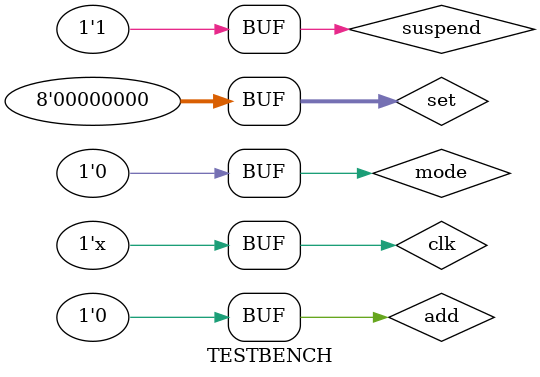
<source format=sv>
`timescale 1ns / 1ps

module TESTBENCH();
  reg clk;
  reg add;
  reg [7:0]set;
  reg mode;
  reg suspend;
  wire [31:0]count;
  wire pulse;
  
  always #5 clk = ~clk;
  
  initial begin
        clk = 0;
        set = 0;
        add = 1'b0;
        suspend = 1'b1;
        mode = 1'b0;


        #15 set = 8'b00000110;
        add = 1;
        #5 add = 0;
        #5 set = 0;
        #10 mode = 1'b1;
        #10 mode = 1'b0;
        #60 suspend = 1'b0;
        #60 suspend = 1'b1;
        #40 mode = 1'b1;
        #10 mode = 1'b0;
        #40 mode = 1'b1;
        #10 mode = 1'b0;
  end
  
  COUNTDOWN counter(
       .CLK(clk),
       .ADD(add),
       .SET(set),
       .MODE(mode),
       .SUSPEND(suspend),
       .COUNT(count),
       .PULSE(pulse)
  );
  
endmodule

</source>
